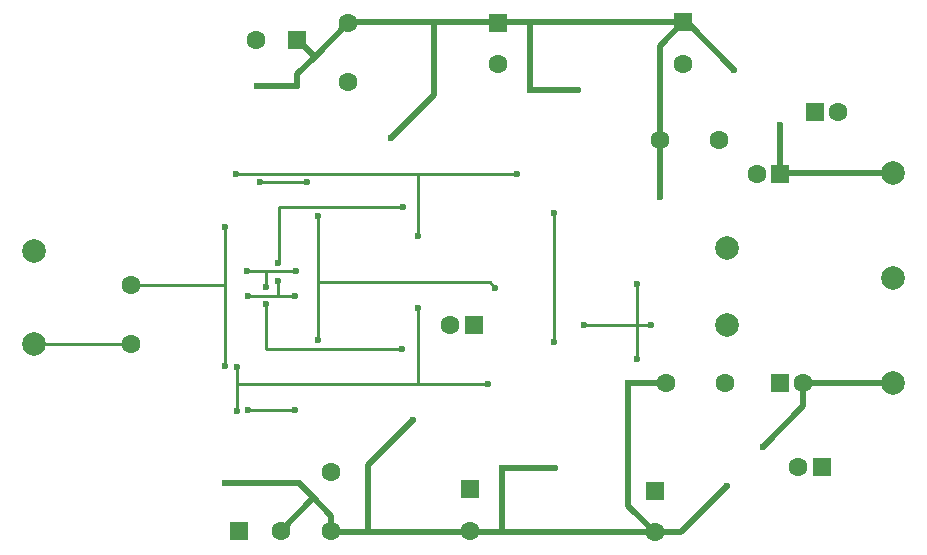
<source format=gbr>
G04 #@! TF.GenerationSoftware,KiCad,Pcbnew,(5.1.8-0-10_14)*
G04 #@! TF.CreationDate,2020-12-22T22:27:09+01:00*
G04 #@! TF.ProjectId,pre-amp-discret,7072652d-616d-4702-9d64-697363726574,rev?*
G04 #@! TF.SameCoordinates,Original*
G04 #@! TF.FileFunction,Copper,L2,Bot*
G04 #@! TF.FilePolarity,Positive*
%FSLAX46Y46*%
G04 Gerber Fmt 4.6, Leading zero omitted, Abs format (unit mm)*
G04 Created by KiCad (PCBNEW (5.1.8-0-10_14)) date 2020-12-22 22:27:09*
%MOMM*%
%LPD*%
G01*
G04 APERTURE LIST*
G04 #@! TA.AperFunction,ComponentPad*
%ADD10C,1.600000*%
G04 #@! TD*
G04 #@! TA.AperFunction,ComponentPad*
%ADD11R,1.600000X1.600000*%
G04 #@! TD*
G04 #@! TA.AperFunction,ComponentPad*
%ADD12C,2.000000*%
G04 #@! TD*
G04 #@! TA.AperFunction,ViaPad*
%ADD13C,0.600000*%
G04 #@! TD*
G04 #@! TA.AperFunction,Conductor*
%ADD14C,0.500000*%
G04 #@! TD*
G04 #@! TA.AperFunction,Conductor*
%ADD15C,0.250000*%
G04 #@! TD*
G04 APERTURE END LIST*
D10*
X162560000Y-143301600D03*
D11*
X162560000Y-139801600D03*
D10*
X164922200Y-103779200D03*
D11*
X164922200Y-100279200D03*
D10*
X160864800Y-125882400D03*
D11*
X162864800Y-125882400D03*
D10*
X146502000Y-143281400D03*
D11*
X143002000Y-143281400D03*
D10*
X144404200Y-101727000D03*
D11*
X147904200Y-101727000D03*
D10*
X178181000Y-143433800D03*
D11*
X178181000Y-139933800D03*
D10*
X180594000Y-103766500D03*
D11*
X180594000Y-100266500D03*
D10*
X190322200Y-137896600D03*
D11*
X192322200Y-137896600D03*
D10*
X190754000Y-130810000D03*
D11*
X188754000Y-130810000D03*
D10*
X193719200Y-107848400D03*
D11*
X191719200Y-107848400D03*
D10*
X186798200Y-113055400D03*
D11*
X188798200Y-113055400D03*
D10*
X150774400Y-138328400D03*
X150774400Y-143328400D03*
X152222200Y-100304600D03*
X152222200Y-105304600D03*
X184133500Y-130810000D03*
X179133500Y-130810000D03*
X178642000Y-110210600D03*
X183642000Y-110210600D03*
D12*
X184302400Y-119354600D03*
X184251600Y-125907800D03*
X198374000Y-121920000D03*
X125603000Y-127508000D03*
X198374000Y-130810000D03*
X125603000Y-119634000D03*
X198374000Y-113030000D03*
D10*
X133858000Y-127491500D03*
X133858000Y-122491500D03*
D13*
X178612800Y-115062000D03*
X167614600Y-105943400D03*
X171704000Y-105943400D03*
X159512000Y-103759000D03*
X155879800Y-110007400D03*
X144500600Y-105638600D03*
X147904200Y-105638600D03*
X184912000Y-104317800D03*
X141757400Y-117551200D03*
X141757400Y-129311400D03*
X175895000Y-130810000D03*
X165201600Y-137972800D03*
X169722800Y-137998200D03*
X153924000Y-140004800D03*
X157708600Y-133959600D03*
X148056600Y-139293600D03*
X141808200Y-139293600D03*
X184277000Y-139522200D03*
X164020500Y-130873500D03*
X158089600Y-124460000D03*
X142773400Y-133172200D03*
X142773400Y-129463800D03*
X188798200Y-108940600D03*
X187325000Y-136194800D03*
X143713200Y-133045200D03*
X147751800Y-133045200D03*
X143713200Y-123418600D03*
X147751800Y-123418600D03*
X146304000Y-120599200D03*
X146304000Y-122123200D03*
X156819600Y-115925600D03*
X164642800Y-122732800D03*
X149656800Y-127127000D03*
X149656800Y-116611400D03*
X176657000Y-122428000D03*
X176657000Y-128778000D03*
X172212000Y-125882400D03*
X177850800Y-125907800D03*
X169672000Y-127304800D03*
X169672000Y-116433600D03*
X158089600Y-118364000D03*
X166547800Y-113106200D03*
X142722600Y-113131600D03*
X144729200Y-113792000D03*
X148691600Y-113792000D03*
X143687800Y-121310400D03*
X147777200Y-121310400D03*
X156743400Y-127889000D03*
X145237200Y-124129800D03*
X145237200Y-122656600D03*
D14*
X157226000Y-100266500D02*
X157226000Y-100266500D01*
X169926000Y-100266500D02*
X172974000Y-100266500D01*
X172974000Y-100266500D02*
X180594000Y-100266500D01*
X178642000Y-102218500D02*
X178642000Y-110210600D01*
X180594000Y-100266500D02*
X178642000Y-102218500D01*
X178642000Y-115032800D02*
X178612800Y-115062000D01*
X178642000Y-110210600D02*
X178642000Y-115032800D01*
X167614600Y-100355400D02*
X167703500Y-100266500D01*
X167614600Y-105943400D02*
X167614600Y-100355400D01*
X167703500Y-100266500D02*
X169926000Y-100266500D01*
X165989000Y-100266500D02*
X167703500Y-100266500D01*
X167614600Y-105943400D02*
X171704000Y-105943400D01*
X159512000Y-100457000D02*
X159321500Y-100266500D01*
X159512000Y-103759000D02*
X159512000Y-100457000D01*
X159321500Y-100266500D02*
X165989000Y-100266500D01*
X159512000Y-106375200D02*
X155879800Y-110007400D01*
X159512000Y-103759000D02*
X159512000Y-106375200D01*
X144500600Y-105638600D02*
X147904200Y-105638600D01*
X152260300Y-100266500D02*
X152222200Y-100304600D01*
X159321500Y-100266500D02*
X152260300Y-100266500D01*
X147904200Y-104622600D02*
X147904200Y-105638600D01*
X147929600Y-101727000D02*
X149364700Y-103162100D01*
X147904200Y-101727000D02*
X147929600Y-101727000D01*
X149364700Y-103162100D02*
X147904200Y-104622600D01*
X152222200Y-100304600D02*
X149364700Y-103162100D01*
X180860700Y-100266500D02*
X180594000Y-100266500D01*
X184912000Y-104317800D02*
X180860700Y-100266500D01*
D15*
X133841500Y-127508000D02*
X133858000Y-127491500D01*
X125603000Y-127508000D02*
X133841500Y-127508000D01*
X141757400Y-122453400D02*
X141757400Y-129311400D01*
X141719300Y-122491500D02*
X141757400Y-122453400D01*
X133858000Y-122491500D02*
X141719300Y-122491500D01*
X141757400Y-117551200D02*
X141757400Y-122453400D01*
D14*
X156210000Y-143383000D02*
X160020000Y-143383000D01*
X160020000Y-143383000D02*
X165163500Y-143383000D01*
X179133500Y-130810000D02*
X175895000Y-130810000D01*
X165201600Y-143344900D02*
X165163500Y-143383000D01*
X165201600Y-137972800D02*
X165201600Y-143344900D01*
X169697400Y-137972800D02*
X169722800Y-137998200D01*
X165201600Y-137972800D02*
X169697400Y-137972800D01*
X153924000Y-143230600D02*
X154076400Y-143383000D01*
X153924000Y-140004800D02*
X153924000Y-143230600D01*
X154076400Y-143383000D02*
X156210000Y-143383000D01*
X153924000Y-137744200D02*
X157708600Y-133959600D01*
X153924000Y-140004800D02*
X153924000Y-137744200D01*
X148056600Y-139293600D02*
X141808200Y-139293600D01*
X150829000Y-143383000D02*
X150774400Y-143328400D01*
X154076400Y-143383000D02*
X150829000Y-143383000D01*
X150774400Y-143328400D02*
X150774400Y-142011400D01*
X149237700Y-140545700D02*
X149237700Y-140474700D01*
X149237700Y-140474700D02*
X148056600Y-139293600D01*
X146502000Y-143281400D02*
X149237700Y-140545700D01*
X150774400Y-142011400D02*
X149237700Y-140474700D01*
X180390800Y-143408400D02*
X175793400Y-143408400D01*
X184277000Y-139522200D02*
X180390800Y-143408400D01*
X162666800Y-143408400D02*
X162560000Y-143301600D01*
X175793400Y-143408400D02*
X162666800Y-143408400D01*
X178181000Y-143433800D02*
X175920400Y-141173200D01*
X175920400Y-130835400D02*
X175895000Y-130810000D01*
X175920400Y-141173200D02*
X175920400Y-130835400D01*
D15*
X158089600Y-124460000D02*
X158089600Y-130810000D01*
X164020500Y-130873500D02*
X142862300Y-130873500D01*
X142862300Y-130873500D02*
X142773400Y-130962400D01*
X142773400Y-130962400D02*
X142773400Y-129463800D01*
X142773400Y-133172200D02*
X142773400Y-130962400D01*
D14*
X188823600Y-113030000D02*
X188798200Y-113055400D01*
X198374000Y-113030000D02*
X188823600Y-113030000D01*
X188798200Y-113055400D02*
X188798200Y-108940600D01*
X190754000Y-132765800D02*
X190754000Y-130810000D01*
X187325000Y-136194800D02*
X190754000Y-132765800D01*
X190754000Y-130810000D02*
X198374000Y-130810000D01*
D15*
X184238900Y-125920500D02*
X184251600Y-125907800D01*
X143713200Y-133045200D02*
X147751800Y-133045200D01*
X146329400Y-120573800D02*
X146304000Y-120599200D01*
X146329400Y-115925600D02*
X146329400Y-120573800D01*
X146304000Y-123393200D02*
X146329400Y-123418600D01*
X146304000Y-122123200D02*
X146304000Y-123393200D01*
X146329400Y-123418600D02*
X147751800Y-123418600D01*
X143713200Y-123418600D02*
X146329400Y-123418600D01*
X156819600Y-115925600D02*
X146329400Y-115925600D01*
X164642800Y-122732800D02*
X164185600Y-122275600D01*
X164185600Y-122275600D02*
X149707600Y-122275600D01*
X149656800Y-127127000D02*
X149656800Y-116611400D01*
X176657000Y-126809500D02*
X176657000Y-128778000D01*
X176657000Y-122428000D02*
X176657000Y-124460000D01*
X176657000Y-125984000D02*
X176657000Y-126809500D01*
X176657000Y-125920500D02*
X176657000Y-125984000D01*
X176657000Y-124460000D02*
X176657000Y-125920500D01*
X172250100Y-125920500D02*
X172212000Y-125882400D01*
X176657000Y-125920500D02*
X172250100Y-125920500D01*
X177838100Y-125920500D02*
X177850800Y-125907800D01*
X176657000Y-125920500D02*
X177838100Y-125920500D01*
X169672000Y-127304800D02*
X169672000Y-117449600D01*
X169672000Y-117449600D02*
X169672000Y-116941600D01*
X169672000Y-116941600D02*
X169672000Y-116433600D01*
X158089600Y-113131600D02*
X158089600Y-118364000D01*
X158127700Y-113093500D02*
X158089600Y-113131600D01*
X166535100Y-113093500D02*
X158127700Y-113093500D01*
X166547800Y-113106200D02*
X166535100Y-113093500D01*
X158089600Y-113131600D02*
X142722600Y-113131600D01*
X144729200Y-113792000D02*
X148691600Y-113792000D01*
X156743400Y-127889000D02*
X145237200Y-127889000D01*
X145237200Y-127889000D02*
X145237200Y-124129800D01*
X145237200Y-121386600D02*
X145161000Y-121310400D01*
X145237200Y-122656600D02*
X145237200Y-121386600D01*
X145161000Y-121310400D02*
X147777200Y-121310400D01*
X143687800Y-121310400D02*
X145161000Y-121310400D01*
M02*

</source>
